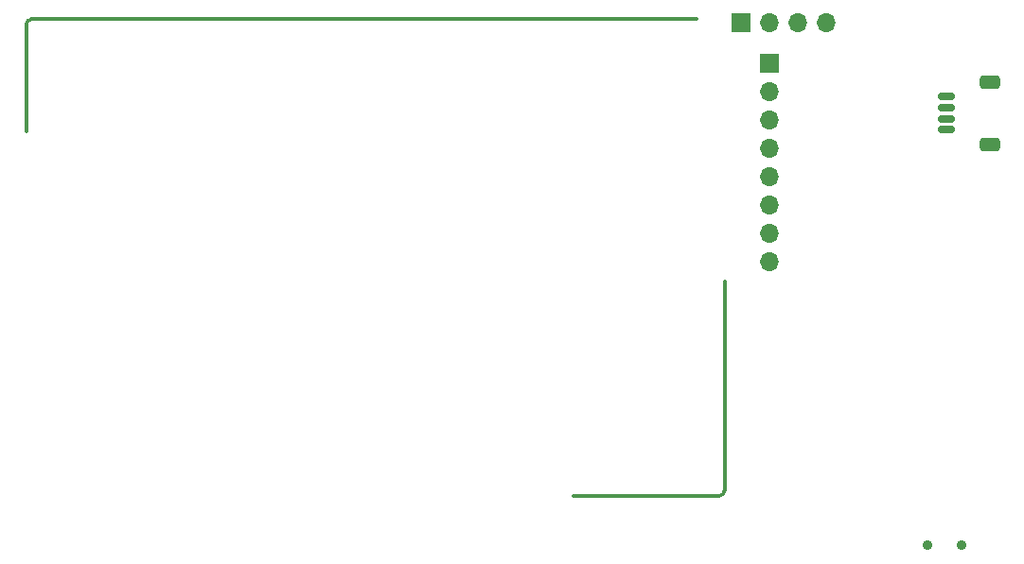
<source format=gbr>
%TF.GenerationSoftware,KiCad,Pcbnew,8.0.6*%
%TF.CreationDate,2025-06-19T14:33:08+09:00*%
%TF.ProjectId,card,63617264-2e6b-4696-9361-645f70636258,rev?*%
%TF.SameCoordinates,Original*%
%TF.FileFunction,Soldermask,Bot*%
%TF.FilePolarity,Negative*%
%FSLAX46Y46*%
G04 Gerber Fmt 4.6, Leading zero omitted, Abs format (unit mm)*
G04 Created by KiCad (PCBNEW 8.0.6) date 2025-06-19 14:33:08*
%MOMM*%
%LPD*%
G01*
G04 APERTURE LIST*
G04 Aperture macros list*
%AMRoundRect*
0 Rectangle with rounded corners*
0 $1 Rounding radius*
0 $2 $3 $4 $5 $6 $7 $8 $9 X,Y pos of 4 corners*
0 Add a 4 corners polygon primitive as box body*
4,1,4,$2,$3,$4,$5,$6,$7,$8,$9,$2,$3,0*
0 Add four circle primitives for the rounded corners*
1,1,$1+$1,$2,$3*
1,1,$1+$1,$4,$5*
1,1,$1+$1,$6,$7*
1,1,$1+$1,$8,$9*
0 Add four rect primitives between the rounded corners*
20,1,$1+$1,$2,$3,$4,$5,0*
20,1,$1+$1,$4,$5,$6,$7,0*
20,1,$1+$1,$6,$7,$8,$9,0*
20,1,$1+$1,$8,$9,$2,$3,0*%
G04 Aperture macros list end*
%ADD10C,0.300000*%
%ADD11C,0.900000*%
%ADD12RoundRect,0.150000X-0.625000X0.150000X-0.625000X-0.150000X0.625000X-0.150000X0.625000X0.150000X0*%
%ADD13RoundRect,0.250000X-0.650000X0.350000X-0.650000X-0.350000X0.650000X-0.350000X0.650000X0.350000X0*%
%ADD14R,1.700000X1.700000*%
%ADD15O,1.700000X1.700000*%
G04 APERTURE END LIST*
D10*
X51500000Y-52000000D02*
G75*
G02*
X52000000Y-51500000I500000J0D01*
G01*
X51500000Y-61500000D02*
X51500000Y-52000000D01*
X100500000Y-94200000D02*
X113500000Y-94200000D01*
X114000000Y-93700000D02*
X114000000Y-75000000D01*
X114000000Y-93700000D02*
G75*
G02*
X113500000Y-94200000I-500000J0D01*
G01*
X111500000Y-51500000D02*
X52000000Y-51500000D01*
D11*
%TO.C,SW1*%
X132150000Y-98660000D03*
X135150000Y-98660000D03*
%TD*%
D12*
%TO.C,J3*%
X133825000Y-58400000D03*
X133825000Y-59400000D03*
X133825000Y-60400000D03*
X133825000Y-61400000D03*
D13*
X137700000Y-57100000D03*
X137700000Y-62700000D03*
%TD*%
D14*
%TO.C,J2*%
X115500000Y-51800000D03*
D15*
X118040000Y-51800000D03*
X120580000Y-51800000D03*
X123120000Y-51800000D03*
%TD*%
D14*
%TO.C,J1*%
X118000000Y-55400000D03*
D15*
X118000000Y-57940000D03*
X118000000Y-60480000D03*
X118000000Y-63020000D03*
X118000000Y-65560000D03*
X118000000Y-68100000D03*
X118000000Y-70640000D03*
X118000000Y-73180000D03*
%TD*%
M02*

</source>
